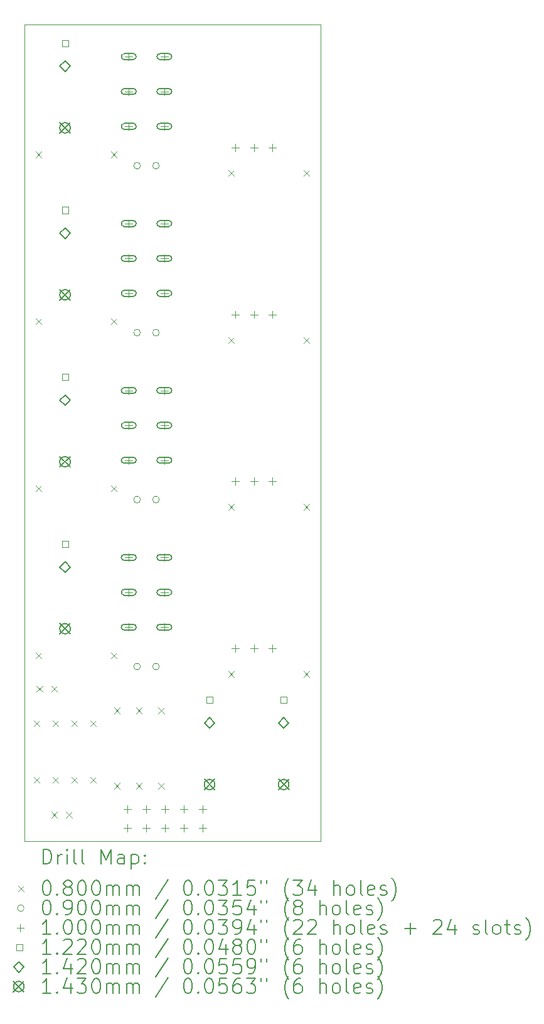
<source format=gbr>
%FSLAX45Y45*%
G04 Gerber Fmt 4.5, Leading zero omitted, Abs format (unit mm)*
G04 Created by KiCad (PCBNEW (6.0.1)) date 2022-09-12 17:40:02*
%MOMM*%
%LPD*%
G01*
G04 APERTURE LIST*
%TA.AperFunction,Profile*%
%ADD10C,0.050000*%
%TD*%
%ADD11C,0.200000*%
%ADD12C,0.080000*%
%ADD13C,0.090000*%
%ADD14C,0.100000*%
%ADD15C,0.122000*%
%ADD16C,0.142000*%
%ADD17C,0.143000*%
G04 APERTURE END LIST*
D10*
X7000000Y-3100000D02*
X7000000Y-14100000D01*
X3000000Y-3100000D02*
X3000000Y-14100000D01*
X3000000Y-3100000D02*
X7000000Y-3100000D01*
X3000000Y-14100000D02*
X7000000Y-14100000D01*
D11*
D12*
X3130000Y-12478000D02*
X3210000Y-12558000D01*
X3210000Y-12478000D02*
X3130000Y-12558000D01*
X3130000Y-13240000D02*
X3210000Y-13320000D01*
X3210000Y-13240000D02*
X3130000Y-13320000D01*
X3152000Y-4810000D02*
X3232000Y-4890000D01*
X3232000Y-4810000D02*
X3152000Y-4890000D01*
X3152000Y-7060000D02*
X3232000Y-7140000D01*
X3232000Y-7060000D02*
X3152000Y-7140000D01*
X3152000Y-9310000D02*
X3232000Y-9390000D01*
X3232000Y-9310000D02*
X3152000Y-9390000D01*
X3152000Y-11560000D02*
X3232000Y-11640000D01*
X3232000Y-11560000D02*
X3152000Y-11640000D01*
X3164489Y-12010000D02*
X3244489Y-12090000D01*
X3244489Y-12010000D02*
X3164489Y-12090000D01*
X3364489Y-12010000D02*
X3444489Y-12090000D01*
X3444489Y-12010000D02*
X3364489Y-12090000D01*
X3364489Y-13710000D02*
X3444489Y-13790000D01*
X3444489Y-13710000D02*
X3364489Y-13790000D01*
X3384000Y-12478000D02*
X3464000Y-12558000D01*
X3464000Y-12478000D02*
X3384000Y-12558000D01*
X3384000Y-13240000D02*
X3464000Y-13320000D01*
X3464000Y-13240000D02*
X3384000Y-13320000D01*
X3564489Y-13710000D02*
X3644489Y-13790000D01*
X3644489Y-13710000D02*
X3564489Y-13790000D01*
X3638000Y-12478000D02*
X3718000Y-12558000D01*
X3718000Y-12478000D02*
X3638000Y-12558000D01*
X3638000Y-13240000D02*
X3718000Y-13320000D01*
X3718000Y-13240000D02*
X3638000Y-13320000D01*
X3892000Y-12478000D02*
X3972000Y-12558000D01*
X3972000Y-12478000D02*
X3892000Y-12558000D01*
X3892000Y-13240000D02*
X3972000Y-13320000D01*
X3972000Y-13240000D02*
X3892000Y-13320000D01*
X4168000Y-4810000D02*
X4248000Y-4890000D01*
X4248000Y-4810000D02*
X4168000Y-4890000D01*
X4168000Y-7060000D02*
X4248000Y-7140000D01*
X4248000Y-7060000D02*
X4168000Y-7140000D01*
X4168000Y-9310000D02*
X4248000Y-9390000D01*
X4248000Y-9310000D02*
X4168000Y-9390000D01*
X4168000Y-11560000D02*
X4248000Y-11640000D01*
X4248000Y-11560000D02*
X4168000Y-11640000D01*
X4210000Y-12302000D02*
X4290000Y-12382000D01*
X4290000Y-12302000D02*
X4210000Y-12382000D01*
X4210000Y-13318000D02*
X4290000Y-13398000D01*
X4290000Y-13318000D02*
X4210000Y-13398000D01*
X4510000Y-12302000D02*
X4590000Y-12382000D01*
X4590000Y-12302000D02*
X4510000Y-12382000D01*
X4510000Y-13318000D02*
X4590000Y-13398000D01*
X4590000Y-13318000D02*
X4510000Y-13398000D01*
X4810000Y-12302000D02*
X4890000Y-12382000D01*
X4890000Y-12302000D02*
X4810000Y-12382000D01*
X4810000Y-13318000D02*
X4890000Y-13398000D01*
X4890000Y-13318000D02*
X4810000Y-13398000D01*
X5752000Y-5060000D02*
X5832000Y-5140000D01*
X5832000Y-5060000D02*
X5752000Y-5140000D01*
X5752000Y-7310000D02*
X5832000Y-7390000D01*
X5832000Y-7310000D02*
X5752000Y-7390000D01*
X5752000Y-9560000D02*
X5832000Y-9640000D01*
X5832000Y-9560000D02*
X5752000Y-9640000D01*
X5752000Y-11810000D02*
X5832000Y-11890000D01*
X5832000Y-11810000D02*
X5752000Y-11890000D01*
X6768000Y-5060000D02*
X6848000Y-5140000D01*
X6848000Y-5060000D02*
X6768000Y-5140000D01*
X6768000Y-7310000D02*
X6848000Y-7390000D01*
X6848000Y-7310000D02*
X6768000Y-7390000D01*
X6768000Y-9560000D02*
X6848000Y-9640000D01*
X6848000Y-9560000D02*
X6768000Y-9640000D01*
X6768000Y-11810000D02*
X6848000Y-11890000D01*
X6848000Y-11810000D02*
X6768000Y-11890000D01*
D13*
X4567500Y-5000000D02*
G75*
G03*
X4567500Y-5000000I-45000J0D01*
G01*
X4567500Y-7250000D02*
G75*
G03*
X4567500Y-7250000I-45000J0D01*
G01*
X4567500Y-9500000D02*
G75*
G03*
X4567500Y-9500000I-45000J0D01*
G01*
X4567500Y-11750000D02*
G75*
G03*
X4567500Y-11750000I-45000J0D01*
G01*
X4821500Y-5000000D02*
G75*
G03*
X4821500Y-5000000I-45000J0D01*
G01*
X4821500Y-7250000D02*
G75*
G03*
X4821500Y-7250000I-45000J0D01*
G01*
X4821500Y-9500000D02*
G75*
G03*
X4821500Y-9500000I-45000J0D01*
G01*
X4821500Y-11750000D02*
G75*
G03*
X4821500Y-11750000I-45000J0D01*
G01*
D14*
X4392500Y-13622500D02*
X4392500Y-13722500D01*
X4342500Y-13672500D02*
X4442500Y-13672500D01*
X4392500Y-13876500D02*
X4392500Y-13976500D01*
X4342500Y-13926500D02*
X4442500Y-13926500D01*
X4410000Y-3480000D02*
X4410000Y-3580000D01*
X4360000Y-3530000D02*
X4460000Y-3530000D01*
D11*
X4470000Y-3490000D02*
X4350000Y-3490000D01*
X4470000Y-3570000D02*
X4350000Y-3570000D01*
X4350000Y-3490000D02*
G75*
G03*
X4350000Y-3570000I0J-40000D01*
G01*
X4470000Y-3570000D02*
G75*
G03*
X4470000Y-3490000I0J40000D01*
G01*
D14*
X4410000Y-3950000D02*
X4410000Y-4050000D01*
X4360000Y-4000000D02*
X4460000Y-4000000D01*
D11*
X4470000Y-3960000D02*
X4350000Y-3960000D01*
X4470000Y-4040000D02*
X4350000Y-4040000D01*
X4350000Y-3960000D02*
G75*
G03*
X4350000Y-4040000I0J-40000D01*
G01*
X4470000Y-4040000D02*
G75*
G03*
X4470000Y-3960000I0J40000D01*
G01*
D14*
X4410000Y-4420000D02*
X4410000Y-4520000D01*
X4360000Y-4470000D02*
X4460000Y-4470000D01*
D11*
X4470000Y-4430000D02*
X4350000Y-4430000D01*
X4470000Y-4510000D02*
X4350000Y-4510000D01*
X4350000Y-4430000D02*
G75*
G03*
X4350000Y-4510000I0J-40000D01*
G01*
X4470000Y-4510000D02*
G75*
G03*
X4470000Y-4430000I0J40000D01*
G01*
D14*
X4410000Y-5730000D02*
X4410000Y-5830000D01*
X4360000Y-5780000D02*
X4460000Y-5780000D01*
D11*
X4470000Y-5740000D02*
X4350000Y-5740000D01*
X4470000Y-5820000D02*
X4350000Y-5820000D01*
X4350000Y-5740000D02*
G75*
G03*
X4350000Y-5820000I0J-40000D01*
G01*
X4470000Y-5820000D02*
G75*
G03*
X4470000Y-5740000I0J40000D01*
G01*
D14*
X4410000Y-6200000D02*
X4410000Y-6300000D01*
X4360000Y-6250000D02*
X4460000Y-6250000D01*
D11*
X4470000Y-6210000D02*
X4350000Y-6210000D01*
X4470000Y-6290000D02*
X4350000Y-6290000D01*
X4350000Y-6210000D02*
G75*
G03*
X4350000Y-6290000I0J-40000D01*
G01*
X4470000Y-6290000D02*
G75*
G03*
X4470000Y-6210000I0J40000D01*
G01*
D14*
X4410000Y-6670000D02*
X4410000Y-6770000D01*
X4360000Y-6720000D02*
X4460000Y-6720000D01*
D11*
X4470000Y-6680000D02*
X4350000Y-6680000D01*
X4470000Y-6760000D02*
X4350000Y-6760000D01*
X4350000Y-6680000D02*
G75*
G03*
X4350000Y-6760000I0J-40000D01*
G01*
X4470000Y-6760000D02*
G75*
G03*
X4470000Y-6680000I0J40000D01*
G01*
D14*
X4410000Y-7980000D02*
X4410000Y-8080000D01*
X4360000Y-8030000D02*
X4460000Y-8030000D01*
D11*
X4470000Y-7990000D02*
X4350000Y-7990000D01*
X4470000Y-8070000D02*
X4350000Y-8070000D01*
X4350000Y-7990000D02*
G75*
G03*
X4350000Y-8070000I0J-40000D01*
G01*
X4470000Y-8070000D02*
G75*
G03*
X4470000Y-7990000I0J40000D01*
G01*
D14*
X4410000Y-8450000D02*
X4410000Y-8550000D01*
X4360000Y-8500000D02*
X4460000Y-8500000D01*
D11*
X4470000Y-8460000D02*
X4350000Y-8460000D01*
X4470000Y-8540000D02*
X4350000Y-8540000D01*
X4350000Y-8460000D02*
G75*
G03*
X4350000Y-8540000I0J-40000D01*
G01*
X4470000Y-8540000D02*
G75*
G03*
X4470000Y-8460000I0J40000D01*
G01*
D14*
X4410000Y-8920000D02*
X4410000Y-9020000D01*
X4360000Y-8970000D02*
X4460000Y-8970000D01*
D11*
X4470000Y-8930000D02*
X4350000Y-8930000D01*
X4470000Y-9010000D02*
X4350000Y-9010000D01*
X4350000Y-8930000D02*
G75*
G03*
X4350000Y-9010000I0J-40000D01*
G01*
X4470000Y-9010000D02*
G75*
G03*
X4470000Y-8930000I0J40000D01*
G01*
D14*
X4410000Y-10230000D02*
X4410000Y-10330000D01*
X4360000Y-10280000D02*
X4460000Y-10280000D01*
D11*
X4470000Y-10240000D02*
X4350000Y-10240000D01*
X4470000Y-10320000D02*
X4350000Y-10320000D01*
X4350000Y-10240000D02*
G75*
G03*
X4350000Y-10320000I0J-40000D01*
G01*
X4470000Y-10320000D02*
G75*
G03*
X4470000Y-10240000I0J40000D01*
G01*
D14*
X4410000Y-10700000D02*
X4410000Y-10800000D01*
X4360000Y-10750000D02*
X4460000Y-10750000D01*
D11*
X4470000Y-10710000D02*
X4350000Y-10710000D01*
X4470000Y-10790000D02*
X4350000Y-10790000D01*
X4350000Y-10710000D02*
G75*
G03*
X4350000Y-10790000I0J-40000D01*
G01*
X4470000Y-10790000D02*
G75*
G03*
X4470000Y-10710000I0J40000D01*
G01*
D14*
X4410000Y-11170000D02*
X4410000Y-11270000D01*
X4360000Y-11220000D02*
X4460000Y-11220000D01*
D11*
X4470000Y-11180000D02*
X4350000Y-11180000D01*
X4470000Y-11260000D02*
X4350000Y-11260000D01*
X4350000Y-11180000D02*
G75*
G03*
X4350000Y-11260000I0J-40000D01*
G01*
X4470000Y-11260000D02*
G75*
G03*
X4470000Y-11180000I0J40000D01*
G01*
D14*
X4646500Y-13622500D02*
X4646500Y-13722500D01*
X4596500Y-13672500D02*
X4696500Y-13672500D01*
X4646500Y-13876500D02*
X4646500Y-13976500D01*
X4596500Y-13926500D02*
X4696500Y-13926500D01*
X4890000Y-3480000D02*
X4890000Y-3580000D01*
X4840000Y-3530000D02*
X4940000Y-3530000D01*
D11*
X4950000Y-3490000D02*
X4830000Y-3490000D01*
X4950000Y-3570000D02*
X4830000Y-3570000D01*
X4830000Y-3490000D02*
G75*
G03*
X4830000Y-3570000I0J-40000D01*
G01*
X4950000Y-3570000D02*
G75*
G03*
X4950000Y-3490000I0J40000D01*
G01*
D14*
X4890000Y-3950000D02*
X4890000Y-4050000D01*
X4840000Y-4000000D02*
X4940000Y-4000000D01*
D11*
X4950000Y-3960000D02*
X4830000Y-3960000D01*
X4950000Y-4040000D02*
X4830000Y-4040000D01*
X4830000Y-3960000D02*
G75*
G03*
X4830000Y-4040000I0J-40000D01*
G01*
X4950000Y-4040000D02*
G75*
G03*
X4950000Y-3960000I0J40000D01*
G01*
D14*
X4890000Y-4420000D02*
X4890000Y-4520000D01*
X4840000Y-4470000D02*
X4940000Y-4470000D01*
D11*
X4950000Y-4430000D02*
X4830000Y-4430000D01*
X4950000Y-4510000D02*
X4830000Y-4510000D01*
X4830000Y-4430000D02*
G75*
G03*
X4830000Y-4510000I0J-40000D01*
G01*
X4950000Y-4510000D02*
G75*
G03*
X4950000Y-4430000I0J40000D01*
G01*
D14*
X4890000Y-5730000D02*
X4890000Y-5830000D01*
X4840000Y-5780000D02*
X4940000Y-5780000D01*
D11*
X4950000Y-5740000D02*
X4830000Y-5740000D01*
X4950000Y-5820000D02*
X4830000Y-5820000D01*
X4830000Y-5740000D02*
G75*
G03*
X4830000Y-5820000I0J-40000D01*
G01*
X4950000Y-5820000D02*
G75*
G03*
X4950000Y-5740000I0J40000D01*
G01*
D14*
X4890000Y-6200000D02*
X4890000Y-6300000D01*
X4840000Y-6250000D02*
X4940000Y-6250000D01*
D11*
X4950000Y-6210000D02*
X4830000Y-6210000D01*
X4950000Y-6290000D02*
X4830000Y-6290000D01*
X4830000Y-6210000D02*
G75*
G03*
X4830000Y-6290000I0J-40000D01*
G01*
X4950000Y-6290000D02*
G75*
G03*
X4950000Y-6210000I0J40000D01*
G01*
D14*
X4890000Y-6670000D02*
X4890000Y-6770000D01*
X4840000Y-6720000D02*
X4940000Y-6720000D01*
D11*
X4950000Y-6680000D02*
X4830000Y-6680000D01*
X4950000Y-6760000D02*
X4830000Y-6760000D01*
X4830000Y-6680000D02*
G75*
G03*
X4830000Y-6760000I0J-40000D01*
G01*
X4950000Y-6760000D02*
G75*
G03*
X4950000Y-6680000I0J40000D01*
G01*
D14*
X4890000Y-7980000D02*
X4890000Y-8080000D01*
X4840000Y-8030000D02*
X4940000Y-8030000D01*
D11*
X4950000Y-7990000D02*
X4830000Y-7990000D01*
X4950000Y-8070000D02*
X4830000Y-8070000D01*
X4830000Y-7990000D02*
G75*
G03*
X4830000Y-8070000I0J-40000D01*
G01*
X4950000Y-8070000D02*
G75*
G03*
X4950000Y-7990000I0J40000D01*
G01*
D14*
X4890000Y-8450000D02*
X4890000Y-8550000D01*
X4840000Y-8500000D02*
X4940000Y-8500000D01*
D11*
X4950000Y-8460000D02*
X4830000Y-8460000D01*
X4950000Y-8540000D02*
X4830000Y-8540000D01*
X4830000Y-8460000D02*
G75*
G03*
X4830000Y-8540000I0J-40000D01*
G01*
X4950000Y-8540000D02*
G75*
G03*
X4950000Y-8460000I0J40000D01*
G01*
D14*
X4890000Y-8920000D02*
X4890000Y-9020000D01*
X4840000Y-8970000D02*
X4940000Y-8970000D01*
D11*
X4950000Y-8930000D02*
X4830000Y-8930000D01*
X4950000Y-9010000D02*
X4830000Y-9010000D01*
X4830000Y-8930000D02*
G75*
G03*
X4830000Y-9010000I0J-40000D01*
G01*
X4950000Y-9010000D02*
G75*
G03*
X4950000Y-8930000I0J40000D01*
G01*
D14*
X4890000Y-10230000D02*
X4890000Y-10330000D01*
X4840000Y-10280000D02*
X4940000Y-10280000D01*
D11*
X4950000Y-10240000D02*
X4830000Y-10240000D01*
X4950000Y-10320000D02*
X4830000Y-10320000D01*
X4830000Y-10240000D02*
G75*
G03*
X4830000Y-10320000I0J-40000D01*
G01*
X4950000Y-10320000D02*
G75*
G03*
X4950000Y-10240000I0J40000D01*
G01*
D14*
X4890000Y-10700000D02*
X4890000Y-10800000D01*
X4840000Y-10750000D02*
X4940000Y-10750000D01*
D11*
X4950000Y-10710000D02*
X4830000Y-10710000D01*
X4950000Y-10790000D02*
X4830000Y-10790000D01*
X4830000Y-10710000D02*
G75*
G03*
X4830000Y-10790000I0J-40000D01*
G01*
X4950000Y-10790000D02*
G75*
G03*
X4950000Y-10710000I0J40000D01*
G01*
D14*
X4890000Y-11170000D02*
X4890000Y-11270000D01*
X4840000Y-11220000D02*
X4940000Y-11220000D01*
D11*
X4950000Y-11180000D02*
X4830000Y-11180000D01*
X4950000Y-11260000D02*
X4830000Y-11260000D01*
X4830000Y-11180000D02*
G75*
G03*
X4830000Y-11260000I0J-40000D01*
G01*
X4950000Y-11260000D02*
G75*
G03*
X4950000Y-11180000I0J40000D01*
G01*
D14*
X4900500Y-13622500D02*
X4900500Y-13722500D01*
X4850500Y-13672500D02*
X4950500Y-13672500D01*
X4900500Y-13876500D02*
X4900500Y-13976500D01*
X4850500Y-13926500D02*
X4950500Y-13926500D01*
X5154500Y-13622500D02*
X5154500Y-13722500D01*
X5104500Y-13672500D02*
X5204500Y-13672500D01*
X5154500Y-13876500D02*
X5154500Y-13976500D01*
X5104500Y-13926500D02*
X5204500Y-13926500D01*
X5408500Y-13622500D02*
X5408500Y-13722500D01*
X5358500Y-13672500D02*
X5458500Y-13672500D01*
X5408500Y-13876500D02*
X5408500Y-13976500D01*
X5358500Y-13926500D02*
X5458500Y-13926500D01*
X5850000Y-4705000D02*
X5850000Y-4805000D01*
X5800000Y-4755000D02*
X5900000Y-4755000D01*
X5850000Y-6955000D02*
X5850000Y-7055000D01*
X5800000Y-7005000D02*
X5900000Y-7005000D01*
X5850000Y-9205000D02*
X5850000Y-9305000D01*
X5800000Y-9255000D02*
X5900000Y-9255000D01*
X5850000Y-11455000D02*
X5850000Y-11555000D01*
X5800000Y-11505000D02*
X5900000Y-11505000D01*
X6100000Y-4705000D02*
X6100000Y-4805000D01*
X6050000Y-4755000D02*
X6150000Y-4755000D01*
X6100000Y-6955000D02*
X6100000Y-7055000D01*
X6050000Y-7005000D02*
X6150000Y-7005000D01*
X6100000Y-9205000D02*
X6100000Y-9305000D01*
X6050000Y-9255000D02*
X6150000Y-9255000D01*
X6100000Y-11455000D02*
X6100000Y-11555000D01*
X6050000Y-11505000D02*
X6150000Y-11505000D01*
X6350000Y-4705000D02*
X6350000Y-4805000D01*
X6300000Y-4755000D02*
X6400000Y-4755000D01*
X6350000Y-6955000D02*
X6350000Y-7055000D01*
X6300000Y-7005000D02*
X6400000Y-7005000D01*
X6350000Y-9205000D02*
X6350000Y-9305000D01*
X6300000Y-9255000D02*
X6400000Y-9255000D01*
X6350000Y-11455000D02*
X6350000Y-11555000D01*
X6300000Y-11505000D02*
X6400000Y-11505000D01*
D15*
X3593134Y-3393134D02*
X3593134Y-3306866D01*
X3506866Y-3306866D01*
X3506866Y-3393134D01*
X3593134Y-3393134D01*
X3593134Y-5643134D02*
X3593134Y-5556866D01*
X3506866Y-5556866D01*
X3506866Y-5643134D01*
X3593134Y-5643134D01*
X3593134Y-7893134D02*
X3593134Y-7806866D01*
X3506866Y-7806866D01*
X3506866Y-7893134D01*
X3593134Y-7893134D01*
X3593134Y-10143134D02*
X3593134Y-10056866D01*
X3506866Y-10056866D01*
X3506866Y-10143134D01*
X3593134Y-10143134D01*
X5543134Y-12243134D02*
X5543134Y-12156866D01*
X5456866Y-12156866D01*
X5456866Y-12243134D01*
X5543134Y-12243134D01*
X6543134Y-12243134D02*
X6543134Y-12156866D01*
X6456866Y-12156866D01*
X6456866Y-12243134D01*
X6543134Y-12243134D01*
D16*
X3550000Y-3731000D02*
X3621000Y-3660000D01*
X3550000Y-3589000D01*
X3479000Y-3660000D01*
X3550000Y-3731000D01*
X3550000Y-5981000D02*
X3621000Y-5910000D01*
X3550000Y-5839000D01*
X3479000Y-5910000D01*
X3550000Y-5981000D01*
X3550000Y-8231000D02*
X3621000Y-8160000D01*
X3550000Y-8089000D01*
X3479000Y-8160000D01*
X3550000Y-8231000D01*
X3550000Y-10481000D02*
X3621000Y-10410000D01*
X3550000Y-10339000D01*
X3479000Y-10410000D01*
X3550000Y-10481000D01*
X5500000Y-12581000D02*
X5571000Y-12510000D01*
X5500000Y-12439000D01*
X5429000Y-12510000D01*
X5500000Y-12581000D01*
X6500000Y-12581000D02*
X6571000Y-12510000D01*
X6500000Y-12439000D01*
X6429000Y-12510000D01*
X6500000Y-12581000D01*
D17*
X3478500Y-4418500D02*
X3621500Y-4561500D01*
X3621500Y-4418500D02*
X3478500Y-4561500D01*
X3621500Y-4490000D02*
G75*
G03*
X3621500Y-4490000I-71500J0D01*
G01*
X3478500Y-6668500D02*
X3621500Y-6811500D01*
X3621500Y-6668500D02*
X3478500Y-6811500D01*
X3621500Y-6740000D02*
G75*
G03*
X3621500Y-6740000I-71500J0D01*
G01*
X3478500Y-8918500D02*
X3621500Y-9061500D01*
X3621500Y-8918500D02*
X3478500Y-9061500D01*
X3621500Y-8990000D02*
G75*
G03*
X3621500Y-8990000I-71500J0D01*
G01*
X3478500Y-11168500D02*
X3621500Y-11311500D01*
X3621500Y-11168500D02*
X3478500Y-11311500D01*
X3621500Y-11240000D02*
G75*
G03*
X3621500Y-11240000I-71500J0D01*
G01*
X5428500Y-13268500D02*
X5571500Y-13411500D01*
X5571500Y-13268500D02*
X5428500Y-13411500D01*
X5571500Y-13340000D02*
G75*
G03*
X5571500Y-13340000I-71500J0D01*
G01*
X6428500Y-13268500D02*
X6571500Y-13411500D01*
X6571500Y-13268500D02*
X6428500Y-13411500D01*
X6571500Y-13340000D02*
G75*
G03*
X6571500Y-13340000I-71500J0D01*
G01*
D11*
X3255119Y-14412976D02*
X3255119Y-14212976D01*
X3302738Y-14212976D01*
X3331309Y-14222500D01*
X3350357Y-14241548D01*
X3359881Y-14260595D01*
X3369405Y-14298690D01*
X3369405Y-14327262D01*
X3359881Y-14365357D01*
X3350357Y-14384405D01*
X3331309Y-14403452D01*
X3302738Y-14412976D01*
X3255119Y-14412976D01*
X3455119Y-14412976D02*
X3455119Y-14279643D01*
X3455119Y-14317738D02*
X3464643Y-14298690D01*
X3474167Y-14289167D01*
X3493214Y-14279643D01*
X3512262Y-14279643D01*
X3578928Y-14412976D02*
X3578928Y-14279643D01*
X3578928Y-14212976D02*
X3569405Y-14222500D01*
X3578928Y-14232024D01*
X3588452Y-14222500D01*
X3578928Y-14212976D01*
X3578928Y-14232024D01*
X3702738Y-14412976D02*
X3683690Y-14403452D01*
X3674167Y-14384405D01*
X3674167Y-14212976D01*
X3807500Y-14412976D02*
X3788452Y-14403452D01*
X3778928Y-14384405D01*
X3778928Y-14212976D01*
X4036071Y-14412976D02*
X4036071Y-14212976D01*
X4102738Y-14355833D01*
X4169405Y-14212976D01*
X4169405Y-14412976D01*
X4350357Y-14412976D02*
X4350357Y-14308214D01*
X4340833Y-14289167D01*
X4321786Y-14279643D01*
X4283690Y-14279643D01*
X4264643Y-14289167D01*
X4350357Y-14403452D02*
X4331310Y-14412976D01*
X4283690Y-14412976D01*
X4264643Y-14403452D01*
X4255119Y-14384405D01*
X4255119Y-14365357D01*
X4264643Y-14346309D01*
X4283690Y-14336786D01*
X4331310Y-14336786D01*
X4350357Y-14327262D01*
X4445595Y-14279643D02*
X4445595Y-14479643D01*
X4445595Y-14289167D02*
X4464643Y-14279643D01*
X4502738Y-14279643D01*
X4521786Y-14289167D01*
X4531310Y-14298690D01*
X4540833Y-14317738D01*
X4540833Y-14374881D01*
X4531310Y-14393928D01*
X4521786Y-14403452D01*
X4502738Y-14412976D01*
X4464643Y-14412976D01*
X4445595Y-14403452D01*
X4626548Y-14393928D02*
X4636071Y-14403452D01*
X4626548Y-14412976D01*
X4617024Y-14403452D01*
X4626548Y-14393928D01*
X4626548Y-14412976D01*
X4626548Y-14289167D02*
X4636071Y-14298690D01*
X4626548Y-14308214D01*
X4617024Y-14298690D01*
X4626548Y-14289167D01*
X4626548Y-14308214D01*
D12*
X2917500Y-14702500D02*
X2997500Y-14782500D01*
X2997500Y-14702500D02*
X2917500Y-14782500D01*
D11*
X3293214Y-14632976D02*
X3312262Y-14632976D01*
X3331309Y-14642500D01*
X3340833Y-14652024D01*
X3350357Y-14671071D01*
X3359881Y-14709167D01*
X3359881Y-14756786D01*
X3350357Y-14794881D01*
X3340833Y-14813928D01*
X3331309Y-14823452D01*
X3312262Y-14832976D01*
X3293214Y-14832976D01*
X3274167Y-14823452D01*
X3264643Y-14813928D01*
X3255119Y-14794881D01*
X3245595Y-14756786D01*
X3245595Y-14709167D01*
X3255119Y-14671071D01*
X3264643Y-14652024D01*
X3274167Y-14642500D01*
X3293214Y-14632976D01*
X3445595Y-14813928D02*
X3455119Y-14823452D01*
X3445595Y-14832976D01*
X3436071Y-14823452D01*
X3445595Y-14813928D01*
X3445595Y-14832976D01*
X3569405Y-14718690D02*
X3550357Y-14709167D01*
X3540833Y-14699643D01*
X3531309Y-14680595D01*
X3531309Y-14671071D01*
X3540833Y-14652024D01*
X3550357Y-14642500D01*
X3569405Y-14632976D01*
X3607500Y-14632976D01*
X3626548Y-14642500D01*
X3636071Y-14652024D01*
X3645595Y-14671071D01*
X3645595Y-14680595D01*
X3636071Y-14699643D01*
X3626548Y-14709167D01*
X3607500Y-14718690D01*
X3569405Y-14718690D01*
X3550357Y-14728214D01*
X3540833Y-14737738D01*
X3531309Y-14756786D01*
X3531309Y-14794881D01*
X3540833Y-14813928D01*
X3550357Y-14823452D01*
X3569405Y-14832976D01*
X3607500Y-14832976D01*
X3626548Y-14823452D01*
X3636071Y-14813928D01*
X3645595Y-14794881D01*
X3645595Y-14756786D01*
X3636071Y-14737738D01*
X3626548Y-14728214D01*
X3607500Y-14718690D01*
X3769405Y-14632976D02*
X3788452Y-14632976D01*
X3807500Y-14642500D01*
X3817024Y-14652024D01*
X3826548Y-14671071D01*
X3836071Y-14709167D01*
X3836071Y-14756786D01*
X3826548Y-14794881D01*
X3817024Y-14813928D01*
X3807500Y-14823452D01*
X3788452Y-14832976D01*
X3769405Y-14832976D01*
X3750357Y-14823452D01*
X3740833Y-14813928D01*
X3731309Y-14794881D01*
X3721786Y-14756786D01*
X3721786Y-14709167D01*
X3731309Y-14671071D01*
X3740833Y-14652024D01*
X3750357Y-14642500D01*
X3769405Y-14632976D01*
X3959881Y-14632976D02*
X3978928Y-14632976D01*
X3997976Y-14642500D01*
X4007500Y-14652024D01*
X4017024Y-14671071D01*
X4026548Y-14709167D01*
X4026548Y-14756786D01*
X4017024Y-14794881D01*
X4007500Y-14813928D01*
X3997976Y-14823452D01*
X3978928Y-14832976D01*
X3959881Y-14832976D01*
X3940833Y-14823452D01*
X3931309Y-14813928D01*
X3921786Y-14794881D01*
X3912262Y-14756786D01*
X3912262Y-14709167D01*
X3921786Y-14671071D01*
X3931309Y-14652024D01*
X3940833Y-14642500D01*
X3959881Y-14632976D01*
X4112262Y-14832976D02*
X4112262Y-14699643D01*
X4112262Y-14718690D02*
X4121786Y-14709167D01*
X4140833Y-14699643D01*
X4169405Y-14699643D01*
X4188452Y-14709167D01*
X4197976Y-14728214D01*
X4197976Y-14832976D01*
X4197976Y-14728214D02*
X4207500Y-14709167D01*
X4226548Y-14699643D01*
X4255119Y-14699643D01*
X4274167Y-14709167D01*
X4283690Y-14728214D01*
X4283690Y-14832976D01*
X4378929Y-14832976D02*
X4378929Y-14699643D01*
X4378929Y-14718690D02*
X4388452Y-14709167D01*
X4407500Y-14699643D01*
X4436071Y-14699643D01*
X4455119Y-14709167D01*
X4464643Y-14728214D01*
X4464643Y-14832976D01*
X4464643Y-14728214D02*
X4474167Y-14709167D01*
X4493214Y-14699643D01*
X4521786Y-14699643D01*
X4540833Y-14709167D01*
X4550357Y-14728214D01*
X4550357Y-14832976D01*
X4940833Y-14623452D02*
X4769405Y-14880595D01*
X5197976Y-14632976D02*
X5217024Y-14632976D01*
X5236071Y-14642500D01*
X5245595Y-14652024D01*
X5255119Y-14671071D01*
X5264643Y-14709167D01*
X5264643Y-14756786D01*
X5255119Y-14794881D01*
X5245595Y-14813928D01*
X5236071Y-14823452D01*
X5217024Y-14832976D01*
X5197976Y-14832976D01*
X5178929Y-14823452D01*
X5169405Y-14813928D01*
X5159881Y-14794881D01*
X5150357Y-14756786D01*
X5150357Y-14709167D01*
X5159881Y-14671071D01*
X5169405Y-14652024D01*
X5178929Y-14642500D01*
X5197976Y-14632976D01*
X5350357Y-14813928D02*
X5359881Y-14823452D01*
X5350357Y-14832976D01*
X5340833Y-14823452D01*
X5350357Y-14813928D01*
X5350357Y-14832976D01*
X5483690Y-14632976D02*
X5502738Y-14632976D01*
X5521786Y-14642500D01*
X5531310Y-14652024D01*
X5540833Y-14671071D01*
X5550357Y-14709167D01*
X5550357Y-14756786D01*
X5540833Y-14794881D01*
X5531310Y-14813928D01*
X5521786Y-14823452D01*
X5502738Y-14832976D01*
X5483690Y-14832976D01*
X5464643Y-14823452D01*
X5455119Y-14813928D01*
X5445595Y-14794881D01*
X5436071Y-14756786D01*
X5436071Y-14709167D01*
X5445595Y-14671071D01*
X5455119Y-14652024D01*
X5464643Y-14642500D01*
X5483690Y-14632976D01*
X5617024Y-14632976D02*
X5740833Y-14632976D01*
X5674167Y-14709167D01*
X5702738Y-14709167D01*
X5721786Y-14718690D01*
X5731309Y-14728214D01*
X5740833Y-14747262D01*
X5740833Y-14794881D01*
X5731309Y-14813928D01*
X5721786Y-14823452D01*
X5702738Y-14832976D01*
X5645595Y-14832976D01*
X5626548Y-14823452D01*
X5617024Y-14813928D01*
X5931309Y-14832976D02*
X5817024Y-14832976D01*
X5874167Y-14832976D02*
X5874167Y-14632976D01*
X5855119Y-14661548D01*
X5836071Y-14680595D01*
X5817024Y-14690119D01*
X6112262Y-14632976D02*
X6017024Y-14632976D01*
X6007500Y-14728214D01*
X6017024Y-14718690D01*
X6036071Y-14709167D01*
X6083690Y-14709167D01*
X6102738Y-14718690D01*
X6112262Y-14728214D01*
X6121786Y-14747262D01*
X6121786Y-14794881D01*
X6112262Y-14813928D01*
X6102738Y-14823452D01*
X6083690Y-14832976D01*
X6036071Y-14832976D01*
X6017024Y-14823452D01*
X6007500Y-14813928D01*
X6197976Y-14632976D02*
X6197976Y-14671071D01*
X6274167Y-14632976D02*
X6274167Y-14671071D01*
X6569405Y-14909167D02*
X6559881Y-14899643D01*
X6540833Y-14871071D01*
X6531309Y-14852024D01*
X6521786Y-14823452D01*
X6512262Y-14775833D01*
X6512262Y-14737738D01*
X6521786Y-14690119D01*
X6531309Y-14661548D01*
X6540833Y-14642500D01*
X6559881Y-14613928D01*
X6569405Y-14604405D01*
X6626548Y-14632976D02*
X6750357Y-14632976D01*
X6683690Y-14709167D01*
X6712262Y-14709167D01*
X6731309Y-14718690D01*
X6740833Y-14728214D01*
X6750357Y-14747262D01*
X6750357Y-14794881D01*
X6740833Y-14813928D01*
X6731309Y-14823452D01*
X6712262Y-14832976D01*
X6655119Y-14832976D01*
X6636071Y-14823452D01*
X6626548Y-14813928D01*
X6921786Y-14699643D02*
X6921786Y-14832976D01*
X6874167Y-14623452D02*
X6826548Y-14766309D01*
X6950357Y-14766309D01*
X7178928Y-14832976D02*
X7178928Y-14632976D01*
X7264643Y-14832976D02*
X7264643Y-14728214D01*
X7255119Y-14709167D01*
X7236071Y-14699643D01*
X7207500Y-14699643D01*
X7188452Y-14709167D01*
X7178928Y-14718690D01*
X7388452Y-14832976D02*
X7369405Y-14823452D01*
X7359881Y-14813928D01*
X7350357Y-14794881D01*
X7350357Y-14737738D01*
X7359881Y-14718690D01*
X7369405Y-14709167D01*
X7388452Y-14699643D01*
X7417024Y-14699643D01*
X7436071Y-14709167D01*
X7445595Y-14718690D01*
X7455119Y-14737738D01*
X7455119Y-14794881D01*
X7445595Y-14813928D01*
X7436071Y-14823452D01*
X7417024Y-14832976D01*
X7388452Y-14832976D01*
X7569405Y-14832976D02*
X7550357Y-14823452D01*
X7540833Y-14804405D01*
X7540833Y-14632976D01*
X7721786Y-14823452D02*
X7702738Y-14832976D01*
X7664643Y-14832976D01*
X7645595Y-14823452D01*
X7636071Y-14804405D01*
X7636071Y-14728214D01*
X7645595Y-14709167D01*
X7664643Y-14699643D01*
X7702738Y-14699643D01*
X7721786Y-14709167D01*
X7731309Y-14728214D01*
X7731309Y-14747262D01*
X7636071Y-14766309D01*
X7807500Y-14823452D02*
X7826548Y-14832976D01*
X7864643Y-14832976D01*
X7883690Y-14823452D01*
X7893214Y-14804405D01*
X7893214Y-14794881D01*
X7883690Y-14775833D01*
X7864643Y-14766309D01*
X7836071Y-14766309D01*
X7817024Y-14756786D01*
X7807500Y-14737738D01*
X7807500Y-14728214D01*
X7817024Y-14709167D01*
X7836071Y-14699643D01*
X7864643Y-14699643D01*
X7883690Y-14709167D01*
X7959881Y-14909167D02*
X7969405Y-14899643D01*
X7988452Y-14871071D01*
X7997976Y-14852024D01*
X8007500Y-14823452D01*
X8017024Y-14775833D01*
X8017024Y-14737738D01*
X8007500Y-14690119D01*
X7997976Y-14661548D01*
X7988452Y-14642500D01*
X7969405Y-14613928D01*
X7959881Y-14604405D01*
D13*
X2997500Y-15006500D02*
G75*
G03*
X2997500Y-15006500I-45000J0D01*
G01*
D11*
X3293214Y-14896976D02*
X3312262Y-14896976D01*
X3331309Y-14906500D01*
X3340833Y-14916024D01*
X3350357Y-14935071D01*
X3359881Y-14973167D01*
X3359881Y-15020786D01*
X3350357Y-15058881D01*
X3340833Y-15077928D01*
X3331309Y-15087452D01*
X3312262Y-15096976D01*
X3293214Y-15096976D01*
X3274167Y-15087452D01*
X3264643Y-15077928D01*
X3255119Y-15058881D01*
X3245595Y-15020786D01*
X3245595Y-14973167D01*
X3255119Y-14935071D01*
X3264643Y-14916024D01*
X3274167Y-14906500D01*
X3293214Y-14896976D01*
X3445595Y-15077928D02*
X3455119Y-15087452D01*
X3445595Y-15096976D01*
X3436071Y-15087452D01*
X3445595Y-15077928D01*
X3445595Y-15096976D01*
X3550357Y-15096976D02*
X3588452Y-15096976D01*
X3607500Y-15087452D01*
X3617024Y-15077928D01*
X3636071Y-15049357D01*
X3645595Y-15011262D01*
X3645595Y-14935071D01*
X3636071Y-14916024D01*
X3626548Y-14906500D01*
X3607500Y-14896976D01*
X3569405Y-14896976D01*
X3550357Y-14906500D01*
X3540833Y-14916024D01*
X3531309Y-14935071D01*
X3531309Y-14982690D01*
X3540833Y-15001738D01*
X3550357Y-15011262D01*
X3569405Y-15020786D01*
X3607500Y-15020786D01*
X3626548Y-15011262D01*
X3636071Y-15001738D01*
X3645595Y-14982690D01*
X3769405Y-14896976D02*
X3788452Y-14896976D01*
X3807500Y-14906500D01*
X3817024Y-14916024D01*
X3826548Y-14935071D01*
X3836071Y-14973167D01*
X3836071Y-15020786D01*
X3826548Y-15058881D01*
X3817024Y-15077928D01*
X3807500Y-15087452D01*
X3788452Y-15096976D01*
X3769405Y-15096976D01*
X3750357Y-15087452D01*
X3740833Y-15077928D01*
X3731309Y-15058881D01*
X3721786Y-15020786D01*
X3721786Y-14973167D01*
X3731309Y-14935071D01*
X3740833Y-14916024D01*
X3750357Y-14906500D01*
X3769405Y-14896976D01*
X3959881Y-14896976D02*
X3978928Y-14896976D01*
X3997976Y-14906500D01*
X4007500Y-14916024D01*
X4017024Y-14935071D01*
X4026548Y-14973167D01*
X4026548Y-15020786D01*
X4017024Y-15058881D01*
X4007500Y-15077928D01*
X3997976Y-15087452D01*
X3978928Y-15096976D01*
X3959881Y-15096976D01*
X3940833Y-15087452D01*
X3931309Y-15077928D01*
X3921786Y-15058881D01*
X3912262Y-15020786D01*
X3912262Y-14973167D01*
X3921786Y-14935071D01*
X3931309Y-14916024D01*
X3940833Y-14906500D01*
X3959881Y-14896976D01*
X4112262Y-15096976D02*
X4112262Y-14963643D01*
X4112262Y-14982690D02*
X4121786Y-14973167D01*
X4140833Y-14963643D01*
X4169405Y-14963643D01*
X4188452Y-14973167D01*
X4197976Y-14992214D01*
X4197976Y-15096976D01*
X4197976Y-14992214D02*
X4207500Y-14973167D01*
X4226548Y-14963643D01*
X4255119Y-14963643D01*
X4274167Y-14973167D01*
X4283690Y-14992214D01*
X4283690Y-15096976D01*
X4378929Y-15096976D02*
X4378929Y-14963643D01*
X4378929Y-14982690D02*
X4388452Y-14973167D01*
X4407500Y-14963643D01*
X4436071Y-14963643D01*
X4455119Y-14973167D01*
X4464643Y-14992214D01*
X4464643Y-15096976D01*
X4464643Y-14992214D02*
X4474167Y-14973167D01*
X4493214Y-14963643D01*
X4521786Y-14963643D01*
X4540833Y-14973167D01*
X4550357Y-14992214D01*
X4550357Y-15096976D01*
X4940833Y-14887452D02*
X4769405Y-15144595D01*
X5197976Y-14896976D02*
X5217024Y-14896976D01*
X5236071Y-14906500D01*
X5245595Y-14916024D01*
X5255119Y-14935071D01*
X5264643Y-14973167D01*
X5264643Y-15020786D01*
X5255119Y-15058881D01*
X5245595Y-15077928D01*
X5236071Y-15087452D01*
X5217024Y-15096976D01*
X5197976Y-15096976D01*
X5178929Y-15087452D01*
X5169405Y-15077928D01*
X5159881Y-15058881D01*
X5150357Y-15020786D01*
X5150357Y-14973167D01*
X5159881Y-14935071D01*
X5169405Y-14916024D01*
X5178929Y-14906500D01*
X5197976Y-14896976D01*
X5350357Y-15077928D02*
X5359881Y-15087452D01*
X5350357Y-15096976D01*
X5340833Y-15087452D01*
X5350357Y-15077928D01*
X5350357Y-15096976D01*
X5483690Y-14896976D02*
X5502738Y-14896976D01*
X5521786Y-14906500D01*
X5531310Y-14916024D01*
X5540833Y-14935071D01*
X5550357Y-14973167D01*
X5550357Y-15020786D01*
X5540833Y-15058881D01*
X5531310Y-15077928D01*
X5521786Y-15087452D01*
X5502738Y-15096976D01*
X5483690Y-15096976D01*
X5464643Y-15087452D01*
X5455119Y-15077928D01*
X5445595Y-15058881D01*
X5436071Y-15020786D01*
X5436071Y-14973167D01*
X5445595Y-14935071D01*
X5455119Y-14916024D01*
X5464643Y-14906500D01*
X5483690Y-14896976D01*
X5617024Y-14896976D02*
X5740833Y-14896976D01*
X5674167Y-14973167D01*
X5702738Y-14973167D01*
X5721786Y-14982690D01*
X5731309Y-14992214D01*
X5740833Y-15011262D01*
X5740833Y-15058881D01*
X5731309Y-15077928D01*
X5721786Y-15087452D01*
X5702738Y-15096976D01*
X5645595Y-15096976D01*
X5626548Y-15087452D01*
X5617024Y-15077928D01*
X5921786Y-14896976D02*
X5826548Y-14896976D01*
X5817024Y-14992214D01*
X5826548Y-14982690D01*
X5845595Y-14973167D01*
X5893214Y-14973167D01*
X5912262Y-14982690D01*
X5921786Y-14992214D01*
X5931309Y-15011262D01*
X5931309Y-15058881D01*
X5921786Y-15077928D01*
X5912262Y-15087452D01*
X5893214Y-15096976D01*
X5845595Y-15096976D01*
X5826548Y-15087452D01*
X5817024Y-15077928D01*
X6102738Y-14963643D02*
X6102738Y-15096976D01*
X6055119Y-14887452D02*
X6007500Y-15030309D01*
X6131309Y-15030309D01*
X6197976Y-14896976D02*
X6197976Y-14935071D01*
X6274167Y-14896976D02*
X6274167Y-14935071D01*
X6569405Y-15173167D02*
X6559881Y-15163643D01*
X6540833Y-15135071D01*
X6531309Y-15116024D01*
X6521786Y-15087452D01*
X6512262Y-15039833D01*
X6512262Y-15001738D01*
X6521786Y-14954119D01*
X6531309Y-14925548D01*
X6540833Y-14906500D01*
X6559881Y-14877928D01*
X6569405Y-14868405D01*
X6674167Y-14982690D02*
X6655119Y-14973167D01*
X6645595Y-14963643D01*
X6636071Y-14944595D01*
X6636071Y-14935071D01*
X6645595Y-14916024D01*
X6655119Y-14906500D01*
X6674167Y-14896976D01*
X6712262Y-14896976D01*
X6731309Y-14906500D01*
X6740833Y-14916024D01*
X6750357Y-14935071D01*
X6750357Y-14944595D01*
X6740833Y-14963643D01*
X6731309Y-14973167D01*
X6712262Y-14982690D01*
X6674167Y-14982690D01*
X6655119Y-14992214D01*
X6645595Y-15001738D01*
X6636071Y-15020786D01*
X6636071Y-15058881D01*
X6645595Y-15077928D01*
X6655119Y-15087452D01*
X6674167Y-15096976D01*
X6712262Y-15096976D01*
X6731309Y-15087452D01*
X6740833Y-15077928D01*
X6750357Y-15058881D01*
X6750357Y-15020786D01*
X6740833Y-15001738D01*
X6731309Y-14992214D01*
X6712262Y-14982690D01*
X6988452Y-15096976D02*
X6988452Y-14896976D01*
X7074167Y-15096976D02*
X7074167Y-14992214D01*
X7064643Y-14973167D01*
X7045595Y-14963643D01*
X7017024Y-14963643D01*
X6997976Y-14973167D01*
X6988452Y-14982690D01*
X7197976Y-15096976D02*
X7178928Y-15087452D01*
X7169405Y-15077928D01*
X7159881Y-15058881D01*
X7159881Y-15001738D01*
X7169405Y-14982690D01*
X7178928Y-14973167D01*
X7197976Y-14963643D01*
X7226548Y-14963643D01*
X7245595Y-14973167D01*
X7255119Y-14982690D01*
X7264643Y-15001738D01*
X7264643Y-15058881D01*
X7255119Y-15077928D01*
X7245595Y-15087452D01*
X7226548Y-15096976D01*
X7197976Y-15096976D01*
X7378928Y-15096976D02*
X7359881Y-15087452D01*
X7350357Y-15068405D01*
X7350357Y-14896976D01*
X7531309Y-15087452D02*
X7512262Y-15096976D01*
X7474167Y-15096976D01*
X7455119Y-15087452D01*
X7445595Y-15068405D01*
X7445595Y-14992214D01*
X7455119Y-14973167D01*
X7474167Y-14963643D01*
X7512262Y-14963643D01*
X7531309Y-14973167D01*
X7540833Y-14992214D01*
X7540833Y-15011262D01*
X7445595Y-15030309D01*
X7617024Y-15087452D02*
X7636071Y-15096976D01*
X7674167Y-15096976D01*
X7693214Y-15087452D01*
X7702738Y-15068405D01*
X7702738Y-15058881D01*
X7693214Y-15039833D01*
X7674167Y-15030309D01*
X7645595Y-15030309D01*
X7626548Y-15020786D01*
X7617024Y-15001738D01*
X7617024Y-14992214D01*
X7626548Y-14973167D01*
X7645595Y-14963643D01*
X7674167Y-14963643D01*
X7693214Y-14973167D01*
X7769405Y-15173167D02*
X7778928Y-15163643D01*
X7797976Y-15135071D01*
X7807500Y-15116024D01*
X7817024Y-15087452D01*
X7826548Y-15039833D01*
X7826548Y-15001738D01*
X7817024Y-14954119D01*
X7807500Y-14925548D01*
X7797976Y-14906500D01*
X7778928Y-14877928D01*
X7769405Y-14868405D01*
D14*
X2947500Y-15220500D02*
X2947500Y-15320500D01*
X2897500Y-15270500D02*
X2997500Y-15270500D01*
D11*
X3359881Y-15360976D02*
X3245595Y-15360976D01*
X3302738Y-15360976D02*
X3302738Y-15160976D01*
X3283690Y-15189548D01*
X3264643Y-15208595D01*
X3245595Y-15218119D01*
X3445595Y-15341928D02*
X3455119Y-15351452D01*
X3445595Y-15360976D01*
X3436071Y-15351452D01*
X3445595Y-15341928D01*
X3445595Y-15360976D01*
X3578928Y-15160976D02*
X3597976Y-15160976D01*
X3617024Y-15170500D01*
X3626548Y-15180024D01*
X3636071Y-15199071D01*
X3645595Y-15237167D01*
X3645595Y-15284786D01*
X3636071Y-15322881D01*
X3626548Y-15341928D01*
X3617024Y-15351452D01*
X3597976Y-15360976D01*
X3578928Y-15360976D01*
X3559881Y-15351452D01*
X3550357Y-15341928D01*
X3540833Y-15322881D01*
X3531309Y-15284786D01*
X3531309Y-15237167D01*
X3540833Y-15199071D01*
X3550357Y-15180024D01*
X3559881Y-15170500D01*
X3578928Y-15160976D01*
X3769405Y-15160976D02*
X3788452Y-15160976D01*
X3807500Y-15170500D01*
X3817024Y-15180024D01*
X3826548Y-15199071D01*
X3836071Y-15237167D01*
X3836071Y-15284786D01*
X3826548Y-15322881D01*
X3817024Y-15341928D01*
X3807500Y-15351452D01*
X3788452Y-15360976D01*
X3769405Y-15360976D01*
X3750357Y-15351452D01*
X3740833Y-15341928D01*
X3731309Y-15322881D01*
X3721786Y-15284786D01*
X3721786Y-15237167D01*
X3731309Y-15199071D01*
X3740833Y-15180024D01*
X3750357Y-15170500D01*
X3769405Y-15160976D01*
X3959881Y-15160976D02*
X3978928Y-15160976D01*
X3997976Y-15170500D01*
X4007500Y-15180024D01*
X4017024Y-15199071D01*
X4026548Y-15237167D01*
X4026548Y-15284786D01*
X4017024Y-15322881D01*
X4007500Y-15341928D01*
X3997976Y-15351452D01*
X3978928Y-15360976D01*
X3959881Y-15360976D01*
X3940833Y-15351452D01*
X3931309Y-15341928D01*
X3921786Y-15322881D01*
X3912262Y-15284786D01*
X3912262Y-15237167D01*
X3921786Y-15199071D01*
X3931309Y-15180024D01*
X3940833Y-15170500D01*
X3959881Y-15160976D01*
X4112262Y-15360976D02*
X4112262Y-15227643D01*
X4112262Y-15246690D02*
X4121786Y-15237167D01*
X4140833Y-15227643D01*
X4169405Y-15227643D01*
X4188452Y-15237167D01*
X4197976Y-15256214D01*
X4197976Y-15360976D01*
X4197976Y-15256214D02*
X4207500Y-15237167D01*
X4226548Y-15227643D01*
X4255119Y-15227643D01*
X4274167Y-15237167D01*
X4283690Y-15256214D01*
X4283690Y-15360976D01*
X4378929Y-15360976D02*
X4378929Y-15227643D01*
X4378929Y-15246690D02*
X4388452Y-15237167D01*
X4407500Y-15227643D01*
X4436071Y-15227643D01*
X4455119Y-15237167D01*
X4464643Y-15256214D01*
X4464643Y-15360976D01*
X4464643Y-15256214D02*
X4474167Y-15237167D01*
X4493214Y-15227643D01*
X4521786Y-15227643D01*
X4540833Y-15237167D01*
X4550357Y-15256214D01*
X4550357Y-15360976D01*
X4940833Y-15151452D02*
X4769405Y-15408595D01*
X5197976Y-15160976D02*
X5217024Y-15160976D01*
X5236071Y-15170500D01*
X5245595Y-15180024D01*
X5255119Y-15199071D01*
X5264643Y-15237167D01*
X5264643Y-15284786D01*
X5255119Y-15322881D01*
X5245595Y-15341928D01*
X5236071Y-15351452D01*
X5217024Y-15360976D01*
X5197976Y-15360976D01*
X5178929Y-15351452D01*
X5169405Y-15341928D01*
X5159881Y-15322881D01*
X5150357Y-15284786D01*
X5150357Y-15237167D01*
X5159881Y-15199071D01*
X5169405Y-15180024D01*
X5178929Y-15170500D01*
X5197976Y-15160976D01*
X5350357Y-15341928D02*
X5359881Y-15351452D01*
X5350357Y-15360976D01*
X5340833Y-15351452D01*
X5350357Y-15341928D01*
X5350357Y-15360976D01*
X5483690Y-15160976D02*
X5502738Y-15160976D01*
X5521786Y-15170500D01*
X5531310Y-15180024D01*
X5540833Y-15199071D01*
X5550357Y-15237167D01*
X5550357Y-15284786D01*
X5540833Y-15322881D01*
X5531310Y-15341928D01*
X5521786Y-15351452D01*
X5502738Y-15360976D01*
X5483690Y-15360976D01*
X5464643Y-15351452D01*
X5455119Y-15341928D01*
X5445595Y-15322881D01*
X5436071Y-15284786D01*
X5436071Y-15237167D01*
X5445595Y-15199071D01*
X5455119Y-15180024D01*
X5464643Y-15170500D01*
X5483690Y-15160976D01*
X5617024Y-15160976D02*
X5740833Y-15160976D01*
X5674167Y-15237167D01*
X5702738Y-15237167D01*
X5721786Y-15246690D01*
X5731309Y-15256214D01*
X5740833Y-15275262D01*
X5740833Y-15322881D01*
X5731309Y-15341928D01*
X5721786Y-15351452D01*
X5702738Y-15360976D01*
X5645595Y-15360976D01*
X5626548Y-15351452D01*
X5617024Y-15341928D01*
X5836071Y-15360976D02*
X5874167Y-15360976D01*
X5893214Y-15351452D01*
X5902738Y-15341928D01*
X5921786Y-15313357D01*
X5931309Y-15275262D01*
X5931309Y-15199071D01*
X5921786Y-15180024D01*
X5912262Y-15170500D01*
X5893214Y-15160976D01*
X5855119Y-15160976D01*
X5836071Y-15170500D01*
X5826548Y-15180024D01*
X5817024Y-15199071D01*
X5817024Y-15246690D01*
X5826548Y-15265738D01*
X5836071Y-15275262D01*
X5855119Y-15284786D01*
X5893214Y-15284786D01*
X5912262Y-15275262D01*
X5921786Y-15265738D01*
X5931309Y-15246690D01*
X6102738Y-15227643D02*
X6102738Y-15360976D01*
X6055119Y-15151452D02*
X6007500Y-15294309D01*
X6131309Y-15294309D01*
X6197976Y-15160976D02*
X6197976Y-15199071D01*
X6274167Y-15160976D02*
X6274167Y-15199071D01*
X6569405Y-15437167D02*
X6559881Y-15427643D01*
X6540833Y-15399071D01*
X6531309Y-15380024D01*
X6521786Y-15351452D01*
X6512262Y-15303833D01*
X6512262Y-15265738D01*
X6521786Y-15218119D01*
X6531309Y-15189548D01*
X6540833Y-15170500D01*
X6559881Y-15141928D01*
X6569405Y-15132405D01*
X6636071Y-15180024D02*
X6645595Y-15170500D01*
X6664643Y-15160976D01*
X6712262Y-15160976D01*
X6731309Y-15170500D01*
X6740833Y-15180024D01*
X6750357Y-15199071D01*
X6750357Y-15218119D01*
X6740833Y-15246690D01*
X6626548Y-15360976D01*
X6750357Y-15360976D01*
X6826548Y-15180024D02*
X6836071Y-15170500D01*
X6855119Y-15160976D01*
X6902738Y-15160976D01*
X6921786Y-15170500D01*
X6931309Y-15180024D01*
X6940833Y-15199071D01*
X6940833Y-15218119D01*
X6931309Y-15246690D01*
X6817024Y-15360976D01*
X6940833Y-15360976D01*
X7178928Y-15360976D02*
X7178928Y-15160976D01*
X7264643Y-15360976D02*
X7264643Y-15256214D01*
X7255119Y-15237167D01*
X7236071Y-15227643D01*
X7207500Y-15227643D01*
X7188452Y-15237167D01*
X7178928Y-15246690D01*
X7388452Y-15360976D02*
X7369405Y-15351452D01*
X7359881Y-15341928D01*
X7350357Y-15322881D01*
X7350357Y-15265738D01*
X7359881Y-15246690D01*
X7369405Y-15237167D01*
X7388452Y-15227643D01*
X7417024Y-15227643D01*
X7436071Y-15237167D01*
X7445595Y-15246690D01*
X7455119Y-15265738D01*
X7455119Y-15322881D01*
X7445595Y-15341928D01*
X7436071Y-15351452D01*
X7417024Y-15360976D01*
X7388452Y-15360976D01*
X7569405Y-15360976D02*
X7550357Y-15351452D01*
X7540833Y-15332405D01*
X7540833Y-15160976D01*
X7721786Y-15351452D02*
X7702738Y-15360976D01*
X7664643Y-15360976D01*
X7645595Y-15351452D01*
X7636071Y-15332405D01*
X7636071Y-15256214D01*
X7645595Y-15237167D01*
X7664643Y-15227643D01*
X7702738Y-15227643D01*
X7721786Y-15237167D01*
X7731309Y-15256214D01*
X7731309Y-15275262D01*
X7636071Y-15294309D01*
X7807500Y-15351452D02*
X7826548Y-15360976D01*
X7864643Y-15360976D01*
X7883690Y-15351452D01*
X7893214Y-15332405D01*
X7893214Y-15322881D01*
X7883690Y-15303833D01*
X7864643Y-15294309D01*
X7836071Y-15294309D01*
X7817024Y-15284786D01*
X7807500Y-15265738D01*
X7807500Y-15256214D01*
X7817024Y-15237167D01*
X7836071Y-15227643D01*
X7864643Y-15227643D01*
X7883690Y-15237167D01*
X8131309Y-15284786D02*
X8283690Y-15284786D01*
X8207500Y-15360976D02*
X8207500Y-15208595D01*
X8521786Y-15180024D02*
X8531310Y-15170500D01*
X8550357Y-15160976D01*
X8597976Y-15160976D01*
X8617024Y-15170500D01*
X8626548Y-15180024D01*
X8636071Y-15199071D01*
X8636071Y-15218119D01*
X8626548Y-15246690D01*
X8512262Y-15360976D01*
X8636071Y-15360976D01*
X8807500Y-15227643D02*
X8807500Y-15360976D01*
X8759881Y-15151452D02*
X8712262Y-15294309D01*
X8836071Y-15294309D01*
X9055119Y-15351452D02*
X9074167Y-15360976D01*
X9112262Y-15360976D01*
X9131310Y-15351452D01*
X9140833Y-15332405D01*
X9140833Y-15322881D01*
X9131310Y-15303833D01*
X9112262Y-15294309D01*
X9083690Y-15294309D01*
X9064643Y-15284786D01*
X9055119Y-15265738D01*
X9055119Y-15256214D01*
X9064643Y-15237167D01*
X9083690Y-15227643D01*
X9112262Y-15227643D01*
X9131310Y-15237167D01*
X9255119Y-15360976D02*
X9236071Y-15351452D01*
X9226548Y-15332405D01*
X9226548Y-15160976D01*
X9359881Y-15360976D02*
X9340833Y-15351452D01*
X9331310Y-15341928D01*
X9321786Y-15322881D01*
X9321786Y-15265738D01*
X9331310Y-15246690D01*
X9340833Y-15237167D01*
X9359881Y-15227643D01*
X9388452Y-15227643D01*
X9407500Y-15237167D01*
X9417024Y-15246690D01*
X9426548Y-15265738D01*
X9426548Y-15322881D01*
X9417024Y-15341928D01*
X9407500Y-15351452D01*
X9388452Y-15360976D01*
X9359881Y-15360976D01*
X9483690Y-15227643D02*
X9559881Y-15227643D01*
X9512262Y-15160976D02*
X9512262Y-15332405D01*
X9521786Y-15351452D01*
X9540833Y-15360976D01*
X9559881Y-15360976D01*
X9617024Y-15351452D02*
X9636071Y-15360976D01*
X9674167Y-15360976D01*
X9693214Y-15351452D01*
X9702738Y-15332405D01*
X9702738Y-15322881D01*
X9693214Y-15303833D01*
X9674167Y-15294309D01*
X9645595Y-15294309D01*
X9626548Y-15284786D01*
X9617024Y-15265738D01*
X9617024Y-15256214D01*
X9626548Y-15237167D01*
X9645595Y-15227643D01*
X9674167Y-15227643D01*
X9693214Y-15237167D01*
X9769405Y-15437167D02*
X9778929Y-15427643D01*
X9797976Y-15399071D01*
X9807500Y-15380024D01*
X9817024Y-15351452D01*
X9826548Y-15303833D01*
X9826548Y-15265738D01*
X9817024Y-15218119D01*
X9807500Y-15189548D01*
X9797976Y-15170500D01*
X9778929Y-15141928D01*
X9769405Y-15132405D01*
D15*
X2979634Y-15577634D02*
X2979634Y-15491366D01*
X2893366Y-15491366D01*
X2893366Y-15577634D01*
X2979634Y-15577634D01*
D11*
X3359881Y-15624976D02*
X3245595Y-15624976D01*
X3302738Y-15624976D02*
X3302738Y-15424976D01*
X3283690Y-15453548D01*
X3264643Y-15472595D01*
X3245595Y-15482119D01*
X3445595Y-15605928D02*
X3455119Y-15615452D01*
X3445595Y-15624976D01*
X3436071Y-15615452D01*
X3445595Y-15605928D01*
X3445595Y-15624976D01*
X3531309Y-15444024D02*
X3540833Y-15434500D01*
X3559881Y-15424976D01*
X3607500Y-15424976D01*
X3626548Y-15434500D01*
X3636071Y-15444024D01*
X3645595Y-15463071D01*
X3645595Y-15482119D01*
X3636071Y-15510690D01*
X3521786Y-15624976D01*
X3645595Y-15624976D01*
X3721786Y-15444024D02*
X3731309Y-15434500D01*
X3750357Y-15424976D01*
X3797976Y-15424976D01*
X3817024Y-15434500D01*
X3826548Y-15444024D01*
X3836071Y-15463071D01*
X3836071Y-15482119D01*
X3826548Y-15510690D01*
X3712262Y-15624976D01*
X3836071Y-15624976D01*
X3959881Y-15424976D02*
X3978928Y-15424976D01*
X3997976Y-15434500D01*
X4007500Y-15444024D01*
X4017024Y-15463071D01*
X4026548Y-15501167D01*
X4026548Y-15548786D01*
X4017024Y-15586881D01*
X4007500Y-15605928D01*
X3997976Y-15615452D01*
X3978928Y-15624976D01*
X3959881Y-15624976D01*
X3940833Y-15615452D01*
X3931309Y-15605928D01*
X3921786Y-15586881D01*
X3912262Y-15548786D01*
X3912262Y-15501167D01*
X3921786Y-15463071D01*
X3931309Y-15444024D01*
X3940833Y-15434500D01*
X3959881Y-15424976D01*
X4112262Y-15624976D02*
X4112262Y-15491643D01*
X4112262Y-15510690D02*
X4121786Y-15501167D01*
X4140833Y-15491643D01*
X4169405Y-15491643D01*
X4188452Y-15501167D01*
X4197976Y-15520214D01*
X4197976Y-15624976D01*
X4197976Y-15520214D02*
X4207500Y-15501167D01*
X4226548Y-15491643D01*
X4255119Y-15491643D01*
X4274167Y-15501167D01*
X4283690Y-15520214D01*
X4283690Y-15624976D01*
X4378929Y-15624976D02*
X4378929Y-15491643D01*
X4378929Y-15510690D02*
X4388452Y-15501167D01*
X4407500Y-15491643D01*
X4436071Y-15491643D01*
X4455119Y-15501167D01*
X4464643Y-15520214D01*
X4464643Y-15624976D01*
X4464643Y-15520214D02*
X4474167Y-15501167D01*
X4493214Y-15491643D01*
X4521786Y-15491643D01*
X4540833Y-15501167D01*
X4550357Y-15520214D01*
X4550357Y-15624976D01*
X4940833Y-15415452D02*
X4769405Y-15672595D01*
X5197976Y-15424976D02*
X5217024Y-15424976D01*
X5236071Y-15434500D01*
X5245595Y-15444024D01*
X5255119Y-15463071D01*
X5264643Y-15501167D01*
X5264643Y-15548786D01*
X5255119Y-15586881D01*
X5245595Y-15605928D01*
X5236071Y-15615452D01*
X5217024Y-15624976D01*
X5197976Y-15624976D01*
X5178929Y-15615452D01*
X5169405Y-15605928D01*
X5159881Y-15586881D01*
X5150357Y-15548786D01*
X5150357Y-15501167D01*
X5159881Y-15463071D01*
X5169405Y-15444024D01*
X5178929Y-15434500D01*
X5197976Y-15424976D01*
X5350357Y-15605928D02*
X5359881Y-15615452D01*
X5350357Y-15624976D01*
X5340833Y-15615452D01*
X5350357Y-15605928D01*
X5350357Y-15624976D01*
X5483690Y-15424976D02*
X5502738Y-15424976D01*
X5521786Y-15434500D01*
X5531310Y-15444024D01*
X5540833Y-15463071D01*
X5550357Y-15501167D01*
X5550357Y-15548786D01*
X5540833Y-15586881D01*
X5531310Y-15605928D01*
X5521786Y-15615452D01*
X5502738Y-15624976D01*
X5483690Y-15624976D01*
X5464643Y-15615452D01*
X5455119Y-15605928D01*
X5445595Y-15586881D01*
X5436071Y-15548786D01*
X5436071Y-15501167D01*
X5445595Y-15463071D01*
X5455119Y-15444024D01*
X5464643Y-15434500D01*
X5483690Y-15424976D01*
X5721786Y-15491643D02*
X5721786Y-15624976D01*
X5674167Y-15415452D02*
X5626548Y-15558309D01*
X5750357Y-15558309D01*
X5855119Y-15510690D02*
X5836071Y-15501167D01*
X5826548Y-15491643D01*
X5817024Y-15472595D01*
X5817024Y-15463071D01*
X5826548Y-15444024D01*
X5836071Y-15434500D01*
X5855119Y-15424976D01*
X5893214Y-15424976D01*
X5912262Y-15434500D01*
X5921786Y-15444024D01*
X5931309Y-15463071D01*
X5931309Y-15472595D01*
X5921786Y-15491643D01*
X5912262Y-15501167D01*
X5893214Y-15510690D01*
X5855119Y-15510690D01*
X5836071Y-15520214D01*
X5826548Y-15529738D01*
X5817024Y-15548786D01*
X5817024Y-15586881D01*
X5826548Y-15605928D01*
X5836071Y-15615452D01*
X5855119Y-15624976D01*
X5893214Y-15624976D01*
X5912262Y-15615452D01*
X5921786Y-15605928D01*
X5931309Y-15586881D01*
X5931309Y-15548786D01*
X5921786Y-15529738D01*
X5912262Y-15520214D01*
X5893214Y-15510690D01*
X6055119Y-15424976D02*
X6074167Y-15424976D01*
X6093214Y-15434500D01*
X6102738Y-15444024D01*
X6112262Y-15463071D01*
X6121786Y-15501167D01*
X6121786Y-15548786D01*
X6112262Y-15586881D01*
X6102738Y-15605928D01*
X6093214Y-15615452D01*
X6074167Y-15624976D01*
X6055119Y-15624976D01*
X6036071Y-15615452D01*
X6026548Y-15605928D01*
X6017024Y-15586881D01*
X6007500Y-15548786D01*
X6007500Y-15501167D01*
X6017024Y-15463071D01*
X6026548Y-15444024D01*
X6036071Y-15434500D01*
X6055119Y-15424976D01*
X6197976Y-15424976D02*
X6197976Y-15463071D01*
X6274167Y-15424976D02*
X6274167Y-15463071D01*
X6569405Y-15701167D02*
X6559881Y-15691643D01*
X6540833Y-15663071D01*
X6531309Y-15644024D01*
X6521786Y-15615452D01*
X6512262Y-15567833D01*
X6512262Y-15529738D01*
X6521786Y-15482119D01*
X6531309Y-15453548D01*
X6540833Y-15434500D01*
X6559881Y-15405928D01*
X6569405Y-15396405D01*
X6731309Y-15424976D02*
X6693214Y-15424976D01*
X6674167Y-15434500D01*
X6664643Y-15444024D01*
X6645595Y-15472595D01*
X6636071Y-15510690D01*
X6636071Y-15586881D01*
X6645595Y-15605928D01*
X6655119Y-15615452D01*
X6674167Y-15624976D01*
X6712262Y-15624976D01*
X6731309Y-15615452D01*
X6740833Y-15605928D01*
X6750357Y-15586881D01*
X6750357Y-15539262D01*
X6740833Y-15520214D01*
X6731309Y-15510690D01*
X6712262Y-15501167D01*
X6674167Y-15501167D01*
X6655119Y-15510690D01*
X6645595Y-15520214D01*
X6636071Y-15539262D01*
X6988452Y-15624976D02*
X6988452Y-15424976D01*
X7074167Y-15624976D02*
X7074167Y-15520214D01*
X7064643Y-15501167D01*
X7045595Y-15491643D01*
X7017024Y-15491643D01*
X6997976Y-15501167D01*
X6988452Y-15510690D01*
X7197976Y-15624976D02*
X7178928Y-15615452D01*
X7169405Y-15605928D01*
X7159881Y-15586881D01*
X7159881Y-15529738D01*
X7169405Y-15510690D01*
X7178928Y-15501167D01*
X7197976Y-15491643D01*
X7226548Y-15491643D01*
X7245595Y-15501167D01*
X7255119Y-15510690D01*
X7264643Y-15529738D01*
X7264643Y-15586881D01*
X7255119Y-15605928D01*
X7245595Y-15615452D01*
X7226548Y-15624976D01*
X7197976Y-15624976D01*
X7378928Y-15624976D02*
X7359881Y-15615452D01*
X7350357Y-15596405D01*
X7350357Y-15424976D01*
X7531309Y-15615452D02*
X7512262Y-15624976D01*
X7474167Y-15624976D01*
X7455119Y-15615452D01*
X7445595Y-15596405D01*
X7445595Y-15520214D01*
X7455119Y-15501167D01*
X7474167Y-15491643D01*
X7512262Y-15491643D01*
X7531309Y-15501167D01*
X7540833Y-15520214D01*
X7540833Y-15539262D01*
X7445595Y-15558309D01*
X7617024Y-15615452D02*
X7636071Y-15624976D01*
X7674167Y-15624976D01*
X7693214Y-15615452D01*
X7702738Y-15596405D01*
X7702738Y-15586881D01*
X7693214Y-15567833D01*
X7674167Y-15558309D01*
X7645595Y-15558309D01*
X7626548Y-15548786D01*
X7617024Y-15529738D01*
X7617024Y-15520214D01*
X7626548Y-15501167D01*
X7645595Y-15491643D01*
X7674167Y-15491643D01*
X7693214Y-15501167D01*
X7769405Y-15701167D02*
X7778928Y-15691643D01*
X7797976Y-15663071D01*
X7807500Y-15644024D01*
X7817024Y-15615452D01*
X7826548Y-15567833D01*
X7826548Y-15529738D01*
X7817024Y-15482119D01*
X7807500Y-15453548D01*
X7797976Y-15434500D01*
X7778928Y-15405928D01*
X7769405Y-15396405D01*
D16*
X2926500Y-15869500D02*
X2997500Y-15798500D01*
X2926500Y-15727500D01*
X2855500Y-15798500D01*
X2926500Y-15869500D01*
D11*
X3359881Y-15888976D02*
X3245595Y-15888976D01*
X3302738Y-15888976D02*
X3302738Y-15688976D01*
X3283690Y-15717548D01*
X3264643Y-15736595D01*
X3245595Y-15746119D01*
X3445595Y-15869928D02*
X3455119Y-15879452D01*
X3445595Y-15888976D01*
X3436071Y-15879452D01*
X3445595Y-15869928D01*
X3445595Y-15888976D01*
X3626548Y-15755643D02*
X3626548Y-15888976D01*
X3578928Y-15679452D02*
X3531309Y-15822309D01*
X3655119Y-15822309D01*
X3721786Y-15708024D02*
X3731309Y-15698500D01*
X3750357Y-15688976D01*
X3797976Y-15688976D01*
X3817024Y-15698500D01*
X3826548Y-15708024D01*
X3836071Y-15727071D01*
X3836071Y-15746119D01*
X3826548Y-15774690D01*
X3712262Y-15888976D01*
X3836071Y-15888976D01*
X3959881Y-15688976D02*
X3978928Y-15688976D01*
X3997976Y-15698500D01*
X4007500Y-15708024D01*
X4017024Y-15727071D01*
X4026548Y-15765167D01*
X4026548Y-15812786D01*
X4017024Y-15850881D01*
X4007500Y-15869928D01*
X3997976Y-15879452D01*
X3978928Y-15888976D01*
X3959881Y-15888976D01*
X3940833Y-15879452D01*
X3931309Y-15869928D01*
X3921786Y-15850881D01*
X3912262Y-15812786D01*
X3912262Y-15765167D01*
X3921786Y-15727071D01*
X3931309Y-15708024D01*
X3940833Y-15698500D01*
X3959881Y-15688976D01*
X4112262Y-15888976D02*
X4112262Y-15755643D01*
X4112262Y-15774690D02*
X4121786Y-15765167D01*
X4140833Y-15755643D01*
X4169405Y-15755643D01*
X4188452Y-15765167D01*
X4197976Y-15784214D01*
X4197976Y-15888976D01*
X4197976Y-15784214D02*
X4207500Y-15765167D01*
X4226548Y-15755643D01*
X4255119Y-15755643D01*
X4274167Y-15765167D01*
X4283690Y-15784214D01*
X4283690Y-15888976D01*
X4378929Y-15888976D02*
X4378929Y-15755643D01*
X4378929Y-15774690D02*
X4388452Y-15765167D01*
X4407500Y-15755643D01*
X4436071Y-15755643D01*
X4455119Y-15765167D01*
X4464643Y-15784214D01*
X4464643Y-15888976D01*
X4464643Y-15784214D02*
X4474167Y-15765167D01*
X4493214Y-15755643D01*
X4521786Y-15755643D01*
X4540833Y-15765167D01*
X4550357Y-15784214D01*
X4550357Y-15888976D01*
X4940833Y-15679452D02*
X4769405Y-15936595D01*
X5197976Y-15688976D02*
X5217024Y-15688976D01*
X5236071Y-15698500D01*
X5245595Y-15708024D01*
X5255119Y-15727071D01*
X5264643Y-15765167D01*
X5264643Y-15812786D01*
X5255119Y-15850881D01*
X5245595Y-15869928D01*
X5236071Y-15879452D01*
X5217024Y-15888976D01*
X5197976Y-15888976D01*
X5178929Y-15879452D01*
X5169405Y-15869928D01*
X5159881Y-15850881D01*
X5150357Y-15812786D01*
X5150357Y-15765167D01*
X5159881Y-15727071D01*
X5169405Y-15708024D01*
X5178929Y-15698500D01*
X5197976Y-15688976D01*
X5350357Y-15869928D02*
X5359881Y-15879452D01*
X5350357Y-15888976D01*
X5340833Y-15879452D01*
X5350357Y-15869928D01*
X5350357Y-15888976D01*
X5483690Y-15688976D02*
X5502738Y-15688976D01*
X5521786Y-15698500D01*
X5531310Y-15708024D01*
X5540833Y-15727071D01*
X5550357Y-15765167D01*
X5550357Y-15812786D01*
X5540833Y-15850881D01*
X5531310Y-15869928D01*
X5521786Y-15879452D01*
X5502738Y-15888976D01*
X5483690Y-15888976D01*
X5464643Y-15879452D01*
X5455119Y-15869928D01*
X5445595Y-15850881D01*
X5436071Y-15812786D01*
X5436071Y-15765167D01*
X5445595Y-15727071D01*
X5455119Y-15708024D01*
X5464643Y-15698500D01*
X5483690Y-15688976D01*
X5731309Y-15688976D02*
X5636071Y-15688976D01*
X5626548Y-15784214D01*
X5636071Y-15774690D01*
X5655119Y-15765167D01*
X5702738Y-15765167D01*
X5721786Y-15774690D01*
X5731309Y-15784214D01*
X5740833Y-15803262D01*
X5740833Y-15850881D01*
X5731309Y-15869928D01*
X5721786Y-15879452D01*
X5702738Y-15888976D01*
X5655119Y-15888976D01*
X5636071Y-15879452D01*
X5626548Y-15869928D01*
X5921786Y-15688976D02*
X5826548Y-15688976D01*
X5817024Y-15784214D01*
X5826548Y-15774690D01*
X5845595Y-15765167D01*
X5893214Y-15765167D01*
X5912262Y-15774690D01*
X5921786Y-15784214D01*
X5931309Y-15803262D01*
X5931309Y-15850881D01*
X5921786Y-15869928D01*
X5912262Y-15879452D01*
X5893214Y-15888976D01*
X5845595Y-15888976D01*
X5826548Y-15879452D01*
X5817024Y-15869928D01*
X6026548Y-15888976D02*
X6064643Y-15888976D01*
X6083690Y-15879452D01*
X6093214Y-15869928D01*
X6112262Y-15841357D01*
X6121786Y-15803262D01*
X6121786Y-15727071D01*
X6112262Y-15708024D01*
X6102738Y-15698500D01*
X6083690Y-15688976D01*
X6045595Y-15688976D01*
X6026548Y-15698500D01*
X6017024Y-15708024D01*
X6007500Y-15727071D01*
X6007500Y-15774690D01*
X6017024Y-15793738D01*
X6026548Y-15803262D01*
X6045595Y-15812786D01*
X6083690Y-15812786D01*
X6102738Y-15803262D01*
X6112262Y-15793738D01*
X6121786Y-15774690D01*
X6197976Y-15688976D02*
X6197976Y-15727071D01*
X6274167Y-15688976D02*
X6274167Y-15727071D01*
X6569405Y-15965167D02*
X6559881Y-15955643D01*
X6540833Y-15927071D01*
X6531309Y-15908024D01*
X6521786Y-15879452D01*
X6512262Y-15831833D01*
X6512262Y-15793738D01*
X6521786Y-15746119D01*
X6531309Y-15717548D01*
X6540833Y-15698500D01*
X6559881Y-15669928D01*
X6569405Y-15660405D01*
X6731309Y-15688976D02*
X6693214Y-15688976D01*
X6674167Y-15698500D01*
X6664643Y-15708024D01*
X6645595Y-15736595D01*
X6636071Y-15774690D01*
X6636071Y-15850881D01*
X6645595Y-15869928D01*
X6655119Y-15879452D01*
X6674167Y-15888976D01*
X6712262Y-15888976D01*
X6731309Y-15879452D01*
X6740833Y-15869928D01*
X6750357Y-15850881D01*
X6750357Y-15803262D01*
X6740833Y-15784214D01*
X6731309Y-15774690D01*
X6712262Y-15765167D01*
X6674167Y-15765167D01*
X6655119Y-15774690D01*
X6645595Y-15784214D01*
X6636071Y-15803262D01*
X6988452Y-15888976D02*
X6988452Y-15688976D01*
X7074167Y-15888976D02*
X7074167Y-15784214D01*
X7064643Y-15765167D01*
X7045595Y-15755643D01*
X7017024Y-15755643D01*
X6997976Y-15765167D01*
X6988452Y-15774690D01*
X7197976Y-15888976D02*
X7178928Y-15879452D01*
X7169405Y-15869928D01*
X7159881Y-15850881D01*
X7159881Y-15793738D01*
X7169405Y-15774690D01*
X7178928Y-15765167D01*
X7197976Y-15755643D01*
X7226548Y-15755643D01*
X7245595Y-15765167D01*
X7255119Y-15774690D01*
X7264643Y-15793738D01*
X7264643Y-15850881D01*
X7255119Y-15869928D01*
X7245595Y-15879452D01*
X7226548Y-15888976D01*
X7197976Y-15888976D01*
X7378928Y-15888976D02*
X7359881Y-15879452D01*
X7350357Y-15860405D01*
X7350357Y-15688976D01*
X7531309Y-15879452D02*
X7512262Y-15888976D01*
X7474167Y-15888976D01*
X7455119Y-15879452D01*
X7445595Y-15860405D01*
X7445595Y-15784214D01*
X7455119Y-15765167D01*
X7474167Y-15755643D01*
X7512262Y-15755643D01*
X7531309Y-15765167D01*
X7540833Y-15784214D01*
X7540833Y-15803262D01*
X7445595Y-15822309D01*
X7617024Y-15879452D02*
X7636071Y-15888976D01*
X7674167Y-15888976D01*
X7693214Y-15879452D01*
X7702738Y-15860405D01*
X7702738Y-15850881D01*
X7693214Y-15831833D01*
X7674167Y-15822309D01*
X7645595Y-15822309D01*
X7626548Y-15812786D01*
X7617024Y-15793738D01*
X7617024Y-15784214D01*
X7626548Y-15765167D01*
X7645595Y-15755643D01*
X7674167Y-15755643D01*
X7693214Y-15765167D01*
X7769405Y-15965167D02*
X7778928Y-15955643D01*
X7797976Y-15927071D01*
X7807500Y-15908024D01*
X7817024Y-15879452D01*
X7826548Y-15831833D01*
X7826548Y-15793738D01*
X7817024Y-15746119D01*
X7807500Y-15717548D01*
X7797976Y-15698500D01*
X7778928Y-15669928D01*
X7769405Y-15660405D01*
D17*
X2854500Y-15991000D02*
X2997500Y-16134000D01*
X2997500Y-15991000D02*
X2854500Y-16134000D01*
X2997500Y-16062500D02*
G75*
G03*
X2997500Y-16062500I-71500J0D01*
G01*
D11*
X3359881Y-16152976D02*
X3245595Y-16152976D01*
X3302738Y-16152976D02*
X3302738Y-15952976D01*
X3283690Y-15981548D01*
X3264643Y-16000595D01*
X3245595Y-16010119D01*
X3445595Y-16133928D02*
X3455119Y-16143452D01*
X3445595Y-16152976D01*
X3436071Y-16143452D01*
X3445595Y-16133928D01*
X3445595Y-16152976D01*
X3626548Y-16019643D02*
X3626548Y-16152976D01*
X3578928Y-15943452D02*
X3531309Y-16086309D01*
X3655119Y-16086309D01*
X3712262Y-15952976D02*
X3836071Y-15952976D01*
X3769405Y-16029167D01*
X3797976Y-16029167D01*
X3817024Y-16038690D01*
X3826548Y-16048214D01*
X3836071Y-16067262D01*
X3836071Y-16114881D01*
X3826548Y-16133928D01*
X3817024Y-16143452D01*
X3797976Y-16152976D01*
X3740833Y-16152976D01*
X3721786Y-16143452D01*
X3712262Y-16133928D01*
X3959881Y-15952976D02*
X3978928Y-15952976D01*
X3997976Y-15962500D01*
X4007500Y-15972024D01*
X4017024Y-15991071D01*
X4026548Y-16029167D01*
X4026548Y-16076786D01*
X4017024Y-16114881D01*
X4007500Y-16133928D01*
X3997976Y-16143452D01*
X3978928Y-16152976D01*
X3959881Y-16152976D01*
X3940833Y-16143452D01*
X3931309Y-16133928D01*
X3921786Y-16114881D01*
X3912262Y-16076786D01*
X3912262Y-16029167D01*
X3921786Y-15991071D01*
X3931309Y-15972024D01*
X3940833Y-15962500D01*
X3959881Y-15952976D01*
X4112262Y-16152976D02*
X4112262Y-16019643D01*
X4112262Y-16038690D02*
X4121786Y-16029167D01*
X4140833Y-16019643D01*
X4169405Y-16019643D01*
X4188452Y-16029167D01*
X4197976Y-16048214D01*
X4197976Y-16152976D01*
X4197976Y-16048214D02*
X4207500Y-16029167D01*
X4226548Y-16019643D01*
X4255119Y-16019643D01*
X4274167Y-16029167D01*
X4283690Y-16048214D01*
X4283690Y-16152976D01*
X4378929Y-16152976D02*
X4378929Y-16019643D01*
X4378929Y-16038690D02*
X4388452Y-16029167D01*
X4407500Y-16019643D01*
X4436071Y-16019643D01*
X4455119Y-16029167D01*
X4464643Y-16048214D01*
X4464643Y-16152976D01*
X4464643Y-16048214D02*
X4474167Y-16029167D01*
X4493214Y-16019643D01*
X4521786Y-16019643D01*
X4540833Y-16029167D01*
X4550357Y-16048214D01*
X4550357Y-16152976D01*
X4940833Y-15943452D02*
X4769405Y-16200595D01*
X5197976Y-15952976D02*
X5217024Y-15952976D01*
X5236071Y-15962500D01*
X5245595Y-15972024D01*
X5255119Y-15991071D01*
X5264643Y-16029167D01*
X5264643Y-16076786D01*
X5255119Y-16114881D01*
X5245595Y-16133928D01*
X5236071Y-16143452D01*
X5217024Y-16152976D01*
X5197976Y-16152976D01*
X5178929Y-16143452D01*
X5169405Y-16133928D01*
X5159881Y-16114881D01*
X5150357Y-16076786D01*
X5150357Y-16029167D01*
X5159881Y-15991071D01*
X5169405Y-15972024D01*
X5178929Y-15962500D01*
X5197976Y-15952976D01*
X5350357Y-16133928D02*
X5359881Y-16143452D01*
X5350357Y-16152976D01*
X5340833Y-16143452D01*
X5350357Y-16133928D01*
X5350357Y-16152976D01*
X5483690Y-15952976D02*
X5502738Y-15952976D01*
X5521786Y-15962500D01*
X5531310Y-15972024D01*
X5540833Y-15991071D01*
X5550357Y-16029167D01*
X5550357Y-16076786D01*
X5540833Y-16114881D01*
X5531310Y-16133928D01*
X5521786Y-16143452D01*
X5502738Y-16152976D01*
X5483690Y-16152976D01*
X5464643Y-16143452D01*
X5455119Y-16133928D01*
X5445595Y-16114881D01*
X5436071Y-16076786D01*
X5436071Y-16029167D01*
X5445595Y-15991071D01*
X5455119Y-15972024D01*
X5464643Y-15962500D01*
X5483690Y-15952976D01*
X5731309Y-15952976D02*
X5636071Y-15952976D01*
X5626548Y-16048214D01*
X5636071Y-16038690D01*
X5655119Y-16029167D01*
X5702738Y-16029167D01*
X5721786Y-16038690D01*
X5731309Y-16048214D01*
X5740833Y-16067262D01*
X5740833Y-16114881D01*
X5731309Y-16133928D01*
X5721786Y-16143452D01*
X5702738Y-16152976D01*
X5655119Y-16152976D01*
X5636071Y-16143452D01*
X5626548Y-16133928D01*
X5912262Y-15952976D02*
X5874167Y-15952976D01*
X5855119Y-15962500D01*
X5845595Y-15972024D01*
X5826548Y-16000595D01*
X5817024Y-16038690D01*
X5817024Y-16114881D01*
X5826548Y-16133928D01*
X5836071Y-16143452D01*
X5855119Y-16152976D01*
X5893214Y-16152976D01*
X5912262Y-16143452D01*
X5921786Y-16133928D01*
X5931309Y-16114881D01*
X5931309Y-16067262D01*
X5921786Y-16048214D01*
X5912262Y-16038690D01*
X5893214Y-16029167D01*
X5855119Y-16029167D01*
X5836071Y-16038690D01*
X5826548Y-16048214D01*
X5817024Y-16067262D01*
X5997976Y-15952976D02*
X6121786Y-15952976D01*
X6055119Y-16029167D01*
X6083690Y-16029167D01*
X6102738Y-16038690D01*
X6112262Y-16048214D01*
X6121786Y-16067262D01*
X6121786Y-16114881D01*
X6112262Y-16133928D01*
X6102738Y-16143452D01*
X6083690Y-16152976D01*
X6026548Y-16152976D01*
X6007500Y-16143452D01*
X5997976Y-16133928D01*
X6197976Y-15952976D02*
X6197976Y-15991071D01*
X6274167Y-15952976D02*
X6274167Y-15991071D01*
X6569405Y-16229167D02*
X6559881Y-16219643D01*
X6540833Y-16191071D01*
X6531309Y-16172024D01*
X6521786Y-16143452D01*
X6512262Y-16095833D01*
X6512262Y-16057738D01*
X6521786Y-16010119D01*
X6531309Y-15981548D01*
X6540833Y-15962500D01*
X6559881Y-15933928D01*
X6569405Y-15924405D01*
X6731309Y-15952976D02*
X6693214Y-15952976D01*
X6674167Y-15962500D01*
X6664643Y-15972024D01*
X6645595Y-16000595D01*
X6636071Y-16038690D01*
X6636071Y-16114881D01*
X6645595Y-16133928D01*
X6655119Y-16143452D01*
X6674167Y-16152976D01*
X6712262Y-16152976D01*
X6731309Y-16143452D01*
X6740833Y-16133928D01*
X6750357Y-16114881D01*
X6750357Y-16067262D01*
X6740833Y-16048214D01*
X6731309Y-16038690D01*
X6712262Y-16029167D01*
X6674167Y-16029167D01*
X6655119Y-16038690D01*
X6645595Y-16048214D01*
X6636071Y-16067262D01*
X6988452Y-16152976D02*
X6988452Y-15952976D01*
X7074167Y-16152976D02*
X7074167Y-16048214D01*
X7064643Y-16029167D01*
X7045595Y-16019643D01*
X7017024Y-16019643D01*
X6997976Y-16029167D01*
X6988452Y-16038690D01*
X7197976Y-16152976D02*
X7178928Y-16143452D01*
X7169405Y-16133928D01*
X7159881Y-16114881D01*
X7159881Y-16057738D01*
X7169405Y-16038690D01*
X7178928Y-16029167D01*
X7197976Y-16019643D01*
X7226548Y-16019643D01*
X7245595Y-16029167D01*
X7255119Y-16038690D01*
X7264643Y-16057738D01*
X7264643Y-16114881D01*
X7255119Y-16133928D01*
X7245595Y-16143452D01*
X7226548Y-16152976D01*
X7197976Y-16152976D01*
X7378928Y-16152976D02*
X7359881Y-16143452D01*
X7350357Y-16124405D01*
X7350357Y-15952976D01*
X7531309Y-16143452D02*
X7512262Y-16152976D01*
X7474167Y-16152976D01*
X7455119Y-16143452D01*
X7445595Y-16124405D01*
X7445595Y-16048214D01*
X7455119Y-16029167D01*
X7474167Y-16019643D01*
X7512262Y-16019643D01*
X7531309Y-16029167D01*
X7540833Y-16048214D01*
X7540833Y-16067262D01*
X7445595Y-16086309D01*
X7617024Y-16143452D02*
X7636071Y-16152976D01*
X7674167Y-16152976D01*
X7693214Y-16143452D01*
X7702738Y-16124405D01*
X7702738Y-16114881D01*
X7693214Y-16095833D01*
X7674167Y-16086309D01*
X7645595Y-16086309D01*
X7626548Y-16076786D01*
X7617024Y-16057738D01*
X7617024Y-16048214D01*
X7626548Y-16029167D01*
X7645595Y-16019643D01*
X7674167Y-16019643D01*
X7693214Y-16029167D01*
X7769405Y-16229167D02*
X7778928Y-16219643D01*
X7797976Y-16191071D01*
X7807500Y-16172024D01*
X7817024Y-16143452D01*
X7826548Y-16095833D01*
X7826548Y-16057738D01*
X7817024Y-16010119D01*
X7807500Y-15981548D01*
X7797976Y-15962500D01*
X7778928Y-15933928D01*
X7769405Y-15924405D01*
M02*

</source>
